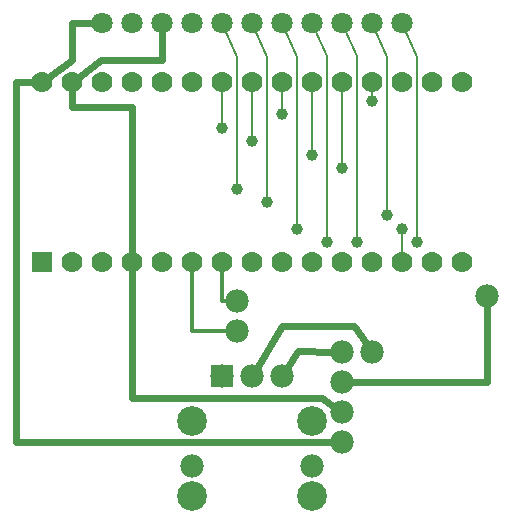
<source format=gbl>
G04 MADE WITH FRITZING*
G04 WWW.FRITZING.ORG*
G04 DOUBLE SIDED*
G04 HOLES PLATED*
G04 CONTOUR ON CENTER OF CONTOUR VECTOR*
%ASAXBY*%
%FSLAX23Y23*%
%MOIN*%
%OFA0B0*%
%SFA1.0B1.0*%
%ADD10C,0.070000*%
%ADD11C,0.078000*%
%ADD12C,0.039370*%
%ADD13C,0.099055*%
%ADD14C,0.070866*%
%ADD15R,0.070000X0.069972*%
%ADD16R,0.078000X0.078000*%
%ADD17C,0.024000*%
%ADD18C,0.012000*%
%ADD19C,0.008000*%
%LNCOPPER0*%
G90*
G70*
G54D10*
X149Y880D03*
X249Y880D03*
X349Y880D03*
X449Y880D03*
X549Y880D03*
X649Y880D03*
X749Y880D03*
X849Y880D03*
X949Y880D03*
X1049Y880D03*
X1149Y880D03*
X1249Y880D03*
X1349Y880D03*
X1449Y880D03*
X1549Y880D03*
X149Y1480D03*
X249Y1480D03*
X349Y1480D03*
X449Y1480D03*
X549Y1480D03*
X649Y1480D03*
X749Y1480D03*
X849Y1480D03*
X949Y1480D03*
X1049Y1480D03*
X1149Y1480D03*
X1249Y1480D03*
X1349Y1480D03*
X1449Y1480D03*
X1549Y1480D03*
G54D11*
X1633Y767D03*
G54D12*
X1249Y1415D03*
X1149Y1193D03*
X1049Y1237D03*
X849Y1282D03*
X949Y1371D03*
X749Y1326D03*
X1399Y945D03*
X1199Y945D03*
X1099Y945D03*
X799Y1122D03*
X900Y1078D03*
X1299Y1034D03*
X999Y990D03*
X1349Y990D03*
G54D13*
X1050Y100D03*
X650Y100D03*
X650Y350D03*
G54D11*
X1050Y200D03*
G54D13*
X1050Y350D03*
G54D11*
X650Y200D03*
G54D14*
X350Y1675D03*
X450Y1675D03*
X550Y1675D03*
X650Y1675D03*
X750Y1675D03*
X850Y1675D03*
X950Y1675D03*
X1050Y1675D03*
X1150Y1675D03*
X1250Y1675D03*
X1350Y1675D03*
X350Y1675D03*
X450Y1675D03*
X550Y1675D03*
X650Y1675D03*
X750Y1675D03*
X850Y1675D03*
X950Y1675D03*
X1050Y1675D03*
X1150Y1675D03*
X1250Y1675D03*
X1350Y1675D03*
G54D11*
X800Y750D03*
X800Y650D03*
X1150Y580D03*
X1250Y580D03*
X1150Y280D03*
X1150Y380D03*
X1150Y480D03*
X750Y500D03*
X850Y500D03*
X950Y500D03*
G54D15*
X149Y880D03*
G54D16*
X750Y500D03*
G54D17*
X63Y1480D02*
X63Y280D01*
D02*
X63Y280D02*
X1120Y280D01*
D02*
X120Y1480D02*
X63Y1480D01*
D02*
X1085Y426D02*
X1125Y397D01*
D02*
X449Y426D02*
X1085Y426D01*
D02*
X449Y851D02*
X449Y426D01*
D02*
X1633Y737D02*
X1633Y480D01*
D02*
X1633Y480D02*
X1180Y480D01*
D02*
X449Y1394D02*
X249Y1394D01*
D02*
X249Y1394D02*
X249Y1451D01*
D02*
X449Y909D02*
X449Y1394D01*
D02*
X249Y1675D02*
X249Y1552D01*
D02*
X249Y1552D02*
X173Y1497D01*
D02*
X319Y1675D02*
X249Y1675D01*
D02*
X348Y1552D02*
X550Y1552D01*
D02*
X550Y1552D02*
X550Y1644D01*
D02*
X273Y1497D02*
X348Y1552D01*
G54D18*
D02*
X749Y750D02*
X749Y857D01*
D02*
X775Y750D02*
X749Y750D01*
D02*
X649Y650D02*
X649Y857D01*
D02*
X775Y650D02*
X649Y650D01*
G54D19*
D02*
X749Y1457D02*
X749Y1340D01*
D02*
X849Y1457D02*
X849Y1295D01*
D02*
X949Y1457D02*
X949Y1384D01*
D02*
X1049Y1457D02*
X1049Y1251D01*
D02*
X1149Y1457D02*
X1149Y1206D01*
D02*
X1249Y1457D02*
X1249Y1429D01*
D02*
X799Y1135D02*
X799Y1563D01*
D02*
X799Y1563D02*
X760Y1652D01*
D02*
X900Y1092D02*
X900Y1562D01*
D02*
X900Y1562D02*
X860Y1652D01*
D02*
X999Y1003D02*
X999Y1562D01*
D02*
X999Y1562D02*
X960Y1651D01*
D02*
X1349Y904D02*
X1349Y976D01*
D02*
X1099Y958D02*
X1099Y1564D01*
D02*
X1099Y1564D02*
X1060Y1652D01*
D02*
X1199Y958D02*
X1199Y1564D01*
D02*
X1199Y1564D02*
X1160Y1652D01*
D02*
X1299Y1047D02*
X1299Y1562D01*
D02*
X1299Y1562D02*
X1260Y1651D01*
D02*
X1399Y958D02*
X1399Y1562D01*
D02*
X1399Y1562D02*
X1360Y1651D01*
G54D17*
D02*
X1192Y667D02*
X952Y667D01*
D02*
X952Y667D02*
X866Y526D01*
D02*
X1233Y606D02*
X1192Y667D01*
D02*
X1004Y581D02*
X967Y525D01*
D02*
X1120Y580D02*
X1004Y581D01*
G04 End of Copper0*
M02*
</source>
